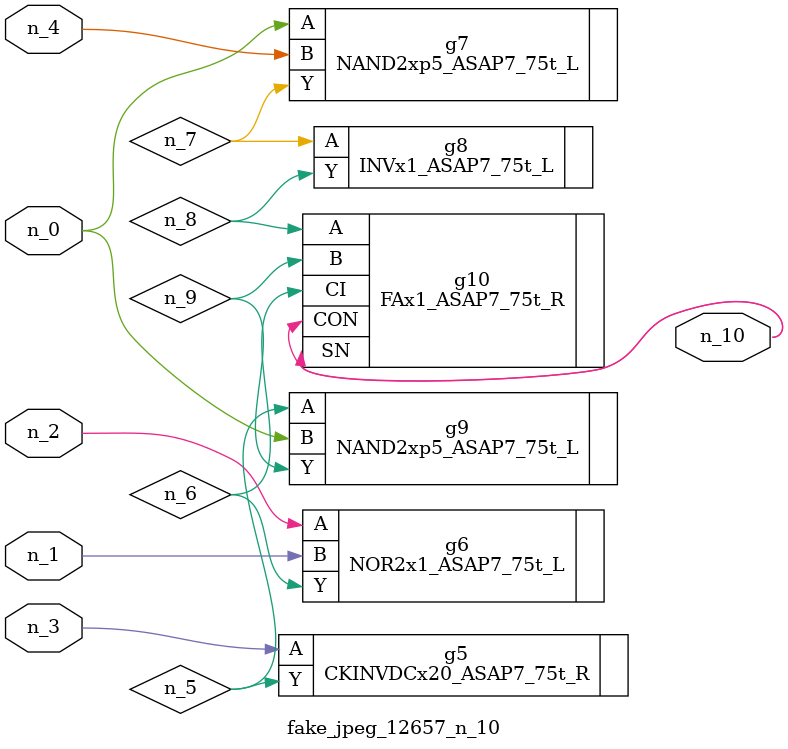
<source format=v>
module fake_jpeg_12657_n_10 (n_3, n_2, n_1, n_0, n_4, n_10);

input n_3;
input n_2;
input n_1;
input n_0;
input n_4;

output n_10;

wire n_8;
wire n_9;
wire n_6;
wire n_5;
wire n_7;

CKINVDCx20_ASAP7_75t_R g5 ( 
.A(n_3),
.Y(n_5)
);

NOR2x1_ASAP7_75t_L g6 ( 
.A(n_2),
.B(n_1),
.Y(n_6)
);

NAND2xp5_ASAP7_75t_L g7 ( 
.A(n_0),
.B(n_4),
.Y(n_7)
);

INVx1_ASAP7_75t_L g8 ( 
.A(n_7),
.Y(n_8)
);

FAx1_ASAP7_75t_R g10 ( 
.A(n_8),
.B(n_9),
.CI(n_6),
.CON(n_10),
.SN(n_10)
);

NAND2xp5_ASAP7_75t_L g9 ( 
.A(n_5),
.B(n_0),
.Y(n_9)
);


endmodule
</source>
